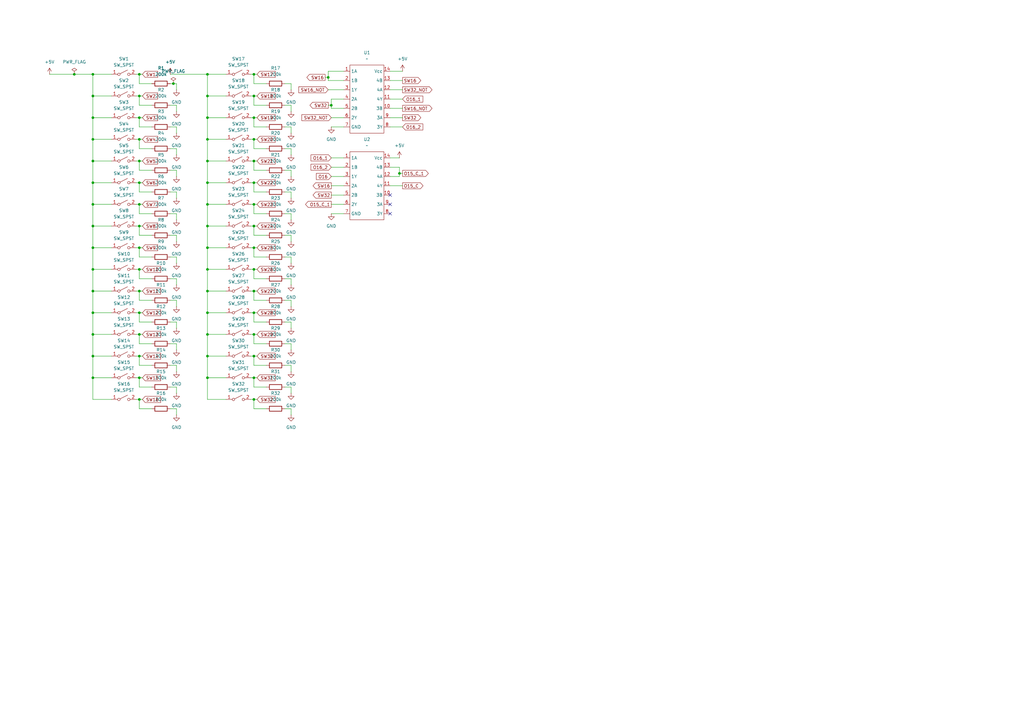
<source format=kicad_sch>
(kicad_sch (version 20250114) (generator "eeschema") (generator_version "9.0")
  (paper "A3")
  (lib_symbols
    (symbol "Device:R" (pin_numbers (hide yes)) (pin_names (offset 0))
      (property "Reference" "R" (at 2.032 0 90))
      (property "Value" "R" (at 0 0 90))
      (symbol "R_0_1"
        (rectangle (start -1.016 -2.54) (end 1.016 2.54) (stroke (width 0.254)))
      )
      (symbol "R_1_1"
        (pin passive line (at 0 3.81 270) (length 1.27) (name "~") (number "1"))
        (pin passive line (at 0 -3.81 90) (length 1.27) (name "~") (number "2"))
      )
    )
    (symbol "Switch:SW_SPST" (pin_names (offset 0) (hide yes))
      (property "Reference" "SW" (at 0 3.175 0))
      (property "Value" "SW_SPST" (at 0 -2.54 0))
      (symbol "SW_SPST_0_0"
        (circle (center -2.032 0) (radius 0.508))
        (polyline (pts (xy -1.524 0.254) (xy 1.524 1.778)))
        (circle (center 2.032 0) (radius 0.508))
      )
      (symbol "SW_SPST_1_1"
        (pin passive line (at -5.08 0 0) (length 2.54) (name "A") (number "1"))
        (pin passive line (at 5.08 0 180) (length 2.54) (name "B") (number "2"))
      )
    )
    (symbol "power:+5V" (power) (pin_numbers (hide yes)) (pin_names (offset 0) (hide yes))
      (property "Value" "+5V" (at 0 3.556 0))
      (symbol "+5V_0_1"
        (polyline (pts (xy -0.762 1.27) (xy 0 2.54)))
        (polyline (pts (xy 0 2.54) (xy 0.762 1.27)))
        (polyline (pts (xy 0 0) (xy 0 2.54)))
      )
      (symbol "+5V_1_1"
        (pin power_in line (at 0 0 90) (length 0) (name "~") (number "1"))
      )
    )
    (symbol "power:GND" (power) (pin_numbers (hide yes)) (pin_names (offset 0) (hide yes))
      (property "Value" "GND" (at 0 -3.81 0))
      (symbol "GND_0_1"
        (polyline (pts (xy 0 0) (xy 0 -1.27) (xy 1.27 -1.27) (xy 0 -2.54) (xy -1.27 -1.27) (xy 0 -1.27)))
      )
      (symbol "GND_1_1"
        (pin power_in line (at 0 0 270) (length 0) (name "~") (number "1"))
      )
    )
    (symbol "power:PWR_FLAG" (power) (pin_numbers (hide yes)) (pin_names (offset 0) (hide yes))
      (property "Value" "PWR_FLAG" (at 0 3.81 0))
      (symbol "PWR_FLAG_0_0"
        (pin power_out line (at 0 0 90) (length 0) (name "~") (number "1"))
      )
      (symbol "PWR_FLAG_0_1"
        (polyline (pts (xy 0 0) (xy 0 1.27) (xy -1.016 1.905) (xy 0 2.54) (xy 1.016 1.905) (xy 0 1.27)))
      )
    )
    (symbol "symbols:TC74HC00A"
      (property "Reference" "U" (at 0 0 0))
      (symbol "TC74HC00A_0_1"
        (rectangle (start -7.62 13.97) (end 6.35 -13.97))
      )
      (symbol "TC74HC00A_1_1"
        (pin input line (at -10.16 11.43 0) (length 2.54) (name "1A") (number "1"))
        (pin input line (at -10.16 7.62 0) (length 2.54) (name "1B") (number "2"))
        (pin output line (at -10.16 3.81 0) (length 2.54) (name "1Y") (number "3"))
        (pin input line (at -10.16 0 0) (length 2.54) (name "2A") (number "4"))
        (pin input line (at -10.16 -3.81 0) (length 2.54) (name "2B") (number "5"))
        (pin output line (at -10.16 -7.62 0) (length 2.54) (name "2Y") (number "6"))
        (pin power_in line (at -10.16 -11.43 0) (length 2.54) (name "GND") (number "7"))
        (pin power_in line (at 8.89 11.43 180) (length 2.54) (name "Vcc") (number "14"))
        (pin input line (at 8.89 7.62 180) (length 2.54) (name "4B") (number "13"))
        (pin input line (at 8.89 3.81 180) (length 2.54) (name "4A") (number "12"))
        (pin output line (at 8.89 0 180) (length 2.54) (name "4Y") (number "11"))
        (pin input line (at 8.89 -3.81 180) (length 2.54) (name "3B") (number "10"))
        (pin input line (at 8.89 -7.62 180) (length 2.54) (name "3A") (number "9"))
        (pin output line (at 8.89 -11.43 180) (length 2.54) (name "3Y") (number "8"))
      )
    )
  )
  (junction (at 57.15 101.6))
  (junction (at 104.14 92.71))
  (junction (at 104.14 128.27))
  (junction (at 57.15 39.37))
  (junction (at 85.09 74.93))
  (junction (at 104.14 110.49))
  (junction (at 85.09 48.26))
  (junction (at 104.14 101.6))
  (junction (at 104.14 137.16))
  (junction (at 104.14 48.26))
  (junction (at 38.1 119.38))
  (junction (at 104.14 74.93))
  (junction (at 104.14 57.15))
  (junction (at 38.1 39.37))
  (junction (at 85.09 146.05))
  (junction (at 57.15 146.05))
  (junction (at 85.09 128.27))
  (junction (at 85.09 154.94))
  (junction (at 135.89 43.18))
  (junction (at 38.1 110.49))
  (junction (at 85.09 110.49))
  (junction (at 85.09 39.37))
  (junction (at 85.09 92.71))
  (junction (at 104.14 66.04))
  (junction (at 38.1 92.71))
  (junction (at 57.15 119.38))
  (junction (at 57.15 66.04))
  (junction (at 104.14 154.94))
  (junction (at 163.83 71.12))
  (junction (at 38.1 101.6))
  (junction (at 85.09 137.16))
  (junction (at 104.14 39.37))
  (junction (at 104.14 83.82))
  (junction (at 38.1 146.05))
  (junction (at 104.14 146.05))
  (junction (at 57.15 92.71))
  (junction (at 85.09 101.6))
  (junction (at 71.12 34.29))
  (junction (at 38.1 154.94))
  (junction (at 38.1 66.04))
  (junction (at 57.15 57.15))
  (junction (at 57.15 74.93))
  (junction (at 57.15 110.49))
  (junction (at 85.09 66.04))
  (junction (at 38.1 74.93))
  (junction (at 57.15 163.83))
  (junction (at 104.14 163.83))
  (junction (at 85.09 83.82))
  (junction (at 57.15 48.26))
  (junction (at 57.15 30.48))
  (junction (at 57.15 128.27))
  (junction (at 85.09 119.38))
  (junction (at 38.1 57.15))
  (junction (at 85.09 30.48))
  (junction (at 57.15 83.82))
  (junction (at 104.14 119.38))
  (junction (at 30.48 30.48))
  (junction (at 38.1 137.16))
  (junction (at 134.62 31.75))
  (junction (at 38.1 83.82))
  (junction (at 38.1 48.26))
  (junction (at 57.15 154.94))
  (junction (at 38.1 30.48))
  (junction (at 104.14 30.48))
  (junction (at 85.09 57.15))
  (junction (at 57.15 137.16))
  (junction (at 38.1 128.27))
  (no_connect (at 160.02 80.01))
  (no_connect (at 160.02 83.82))
  (no_connect (at 160.02 87.63))
  (wire (pts (xy 72.39 87.63) (xy 72.39 90.17)))
  (wire (pts (xy 57.15 92.71) (xy 57.15 96.52)))
  (wire (pts (xy 104.14 83.82) (xy 105.41 83.82)))
  (wire (pts (xy 20.32 30.48) (xy 30.48 30.48)))
  (wire (pts (xy 69.85 52.07) (xy 72.39 52.07)))
  (wire (pts (xy 38.1 146.05) (xy 38.1 154.94)))
  (wire (pts (xy 38.1 48.26) (xy 38.1 57.15)))
  (wire (pts (xy 104.14 149.86) (xy 109.22 149.86)))
  (wire (pts (xy 69.85 34.29) (xy 71.12 34.29)))
  (wire (pts (xy 55.88 39.37) (xy 57.15 39.37)))
  (wire (pts (xy 57.15 57.15) (xy 57.15 60.96)))
  (wire (pts (xy 57.15 34.29) (xy 62.23 34.29)))
  (wire (pts (xy 119.38 114.3) (xy 119.38 116.84)))
  (wire (pts (xy 104.14 110.49) (xy 105.41 110.49)))
  (wire (pts (xy 134.62 29.21) (xy 140.97 29.21)))
  (wire (pts (xy 38.1 101.6) (xy 38.1 110.49)))
  (wire (pts (xy 104.14 60.96) (xy 109.22 60.96)))
  (wire (pts (xy 119.38 69.85) (xy 119.38 72.39)))
  (wire (pts (xy 102.87 110.49) (xy 104.14 110.49)))
  (wire (pts (xy 135.89 83.82) (xy 140.97 83.82)))
  (wire (pts (xy 104.14 57.15) (xy 105.41 57.15)))
  (wire (pts (xy 116.84 105.41) (xy 119.38 105.41)))
  (wire (pts (xy 102.87 74.93) (xy 104.14 74.93)))
  (wire (pts (xy 57.15 110.49) (xy 58.42 110.49)))
  (wire (pts (xy 134.62 31.75) (xy 134.62 33.02)))
  (wire (pts (xy 104.14 154.94) (xy 104.14 158.75)))
  (wire (pts (xy 57.15 163.83) (xy 57.15 167.64)))
  (wire (pts (xy 55.88 137.16) (xy 57.15 137.16)))
  (wire (pts (xy 104.14 105.41) (xy 109.22 105.41)))
  (wire (pts (xy 85.09 92.71) (xy 92.71 92.71)))
  (wire (pts (xy 38.1 57.15) (xy 38.1 66.04)))
  (wire (pts (xy 57.15 83.82) (xy 57.15 87.63)))
  (wire (pts (xy 119.38 78.74) (xy 119.38 81.28)))
  (wire (pts (xy 57.15 92.71) (xy 58.42 92.71)))
  (wire (pts (xy 85.09 154.94) (xy 85.09 163.83)))
  (wire (pts (xy 102.87 137.16) (xy 104.14 137.16)))
  (wire (pts (xy 38.1 128.27) (xy 38.1 137.16)))
  (wire (pts (xy 69.85 69.85) (xy 72.39 69.85)))
  (wire (pts (xy 57.15 48.26) (xy 58.42 48.26)))
  (wire (pts (xy 104.14 34.29) (xy 109.22 34.29)))
  (wire (pts (xy 134.62 33.02) (xy 140.97 33.02)))
  (wire (pts (xy 69.85 114.3) (xy 72.39 114.3)))
  (wire (pts (xy 69.85 132.08) (xy 72.39 132.08)))
  (wire (pts (xy 69.85 105.41) (xy 72.39 105.41)))
  (wire (pts (xy 38.1 137.16) (xy 45.72 137.16)))
  (wire (pts (xy 134.62 36.83) (xy 140.97 36.83)))
  (wire (pts (xy 135.89 40.64) (xy 140.97 40.64)))
  (wire (pts (xy 85.09 163.83) (xy 92.71 163.83)))
  (wire (pts (xy 55.88 30.48) (xy 57.15 30.48)))
  (wire (pts (xy 104.14 43.18) (xy 109.22 43.18)))
  (wire (pts (xy 38.1 66.04) (xy 38.1 74.93)))
  (wire (pts (xy 160.02 40.64) (xy 165.1 40.64)))
  (wire (pts (xy 55.88 146.05) (xy 57.15 146.05)))
  (wire (pts (xy 55.88 119.38) (xy 57.15 119.38)))
  (wire (pts (xy 116.84 140.97) (xy 119.38 140.97)))
  (wire (pts (xy 57.15 69.85) (xy 62.23 69.85)))
  (wire (pts (xy 57.15 123.19) (xy 62.23 123.19)))
  (wire (pts (xy 71.12 34.29) (xy 72.39 34.29)))
  (wire (pts (xy 69.85 78.74) (xy 72.39 78.74)))
  (wire (pts (xy 57.15 74.93) (xy 57.15 78.74)))
  (wire (pts (xy 116.84 132.08) (xy 119.38 132.08)))
  (wire (pts (xy 38.1 74.93) (xy 45.72 74.93)))
  (wire (pts (xy 116.84 43.18) (xy 119.38 43.18)))
  (wire (pts (xy 102.87 119.38) (xy 104.14 119.38)))
  (wire (pts (xy 57.15 128.27) (xy 58.42 128.27)))
  (wire (pts (xy 85.09 30.48) (xy 85.09 39.37)))
  (wire (pts (xy 163.83 68.58) (xy 160.02 68.58)))
  (wire (pts (xy 69.85 149.86) (xy 72.39 149.86)))
  (wire (pts (xy 57.15 154.94) (xy 58.42 154.94)))
  (wire (pts (xy 116.84 123.19) (xy 119.38 123.19)))
  (wire (pts (xy 55.88 66.04) (xy 57.15 66.04)))
  (wire (pts (xy 119.38 43.18) (xy 119.38 45.72)))
  (wire (pts (xy 85.09 119.38) (xy 85.09 128.27)))
  (wire (pts (xy 119.38 123.19) (xy 119.38 125.73)))
  (wire (pts (xy 104.14 123.19) (xy 109.22 123.19)))
  (wire (pts (xy 57.15 119.38) (xy 58.42 119.38)))
  (wire (pts (xy 104.14 48.26) (xy 104.14 52.07)))
  (wire (pts (xy 134.62 29.21) (xy 134.62 31.75)))
  (wire (pts (xy 57.15 101.6) (xy 58.42 101.6)))
  (wire (pts (xy 57.15 110.49) (xy 57.15 114.3)))
  (wire (pts (xy 135.89 72.39) (xy 140.97 72.39)))
  (wire (pts (xy 72.39 78.74) (xy 72.39 81.28)))
  (wire (pts (xy 119.38 60.96) (xy 119.38 63.5)))
  (wire (pts (xy 57.15 74.93) (xy 58.42 74.93)))
  (wire (pts (xy 38.1 154.94) (xy 45.72 154.94)))
  (wire (pts (xy 57.15 39.37) (xy 57.15 43.18)))
  (wire (pts (xy 104.14 154.94) (xy 105.41 154.94)))
  (wire (pts (xy 104.14 52.07) (xy 109.22 52.07)))
  (wire (pts (xy 38.1 154.94) (xy 38.1 163.83)))
  (wire (pts (xy 160.02 33.02) (xy 165.1 33.02)))
  (wire (pts (xy 69.85 167.64) (xy 72.39 167.64)))
  (wire (pts (xy 69.85 140.97) (xy 72.39 140.97)))
  (wire (pts (xy 72.39 123.19) (xy 72.39 125.73)))
  (wire (pts (xy 135.89 64.77) (xy 140.97 64.77)))
  (wire (pts (xy 38.1 92.71) (xy 38.1 101.6)))
  (wire (pts (xy 116.84 69.85) (xy 119.38 69.85)))
  (wire (pts (xy 163.83 71.12) (xy 163.83 72.39)))
  (wire (pts (xy 57.15 146.05) (xy 57.15 149.86)))
  (wire (pts (xy 119.38 167.64) (xy 119.38 170.18)))
  (wire (pts (xy 72.39 96.52) (xy 72.39 99.06)))
  (wire (pts (xy 104.14 57.15) (xy 104.14 60.96)))
  (wire (pts (xy 69.85 30.48) (xy 85.09 30.48)))
  (wire (pts (xy 102.87 48.26) (xy 104.14 48.26)))
  (wire (pts (xy 104.14 78.74) (xy 109.22 78.74)))
  (wire (pts (xy 85.09 128.27) (xy 85.09 137.16)))
  (wire (pts (xy 85.09 48.26) (xy 85.09 57.15)))
  (wire (pts (xy 72.39 149.86) (xy 72.39 152.4)))
  (wire (pts (xy 85.09 146.05) (xy 85.09 154.94)))
  (wire (pts (xy 85.09 66.04) (xy 85.09 74.93)))
  (wire (pts (xy 57.15 114.3) (xy 62.23 114.3)))
  (wire (pts (xy 85.09 119.38) (xy 92.71 119.38)))
  (wire (pts (xy 69.85 87.63) (xy 72.39 87.63)))
  (wire (pts (xy 135.89 87.63) (xy 140.97 87.63)))
  (wire (pts (xy 104.14 74.93) (xy 104.14 78.74)))
  (wire (pts (xy 57.15 167.64) (xy 62.23 167.64)))
  (wire (pts (xy 160.02 76.2) (xy 165.1 76.2)))
  (wire (pts (xy 57.15 149.86) (xy 62.23 149.86)))
  (wire (pts (xy 116.84 167.64) (xy 119.38 167.64)))
  (wire (pts (xy 135.89 48.26) (xy 140.97 48.26)))
  (wire (pts (xy 38.1 66.04) (xy 45.72 66.04)))
  (wire (pts (xy 57.15 48.26) (xy 57.15 52.07)))
  (wire (pts (xy 116.84 52.07) (xy 119.38 52.07)))
  (wire (pts (xy 72.39 69.85) (xy 72.39 72.39)))
  (wire (pts (xy 104.14 119.38) (xy 105.41 119.38)))
  (wire (pts (xy 72.39 167.64) (xy 72.39 170.18)))
  (wire (pts (xy 135.89 52.07) (xy 140.97 52.07)))
  (wire (pts (xy 104.14 39.37) (xy 104.14 43.18)))
  (wire (pts (xy 85.09 74.93) (xy 85.09 83.82)))
  (wire (pts (xy 55.88 163.83) (xy 57.15 163.83)))
  (wire (pts (xy 57.15 87.63) (xy 62.23 87.63)))
  (wire (pts (xy 104.14 83.82) (xy 104.14 87.63)))
  (wire (pts (xy 104.14 92.71) (xy 105.41 92.71)))
  (wire (pts (xy 72.39 52.07) (xy 72.39 54.61)))
  (wire (pts (xy 104.14 66.04) (xy 104.14 69.85)))
  (wire (pts (xy 104.14 163.83) (xy 104.14 167.64)))
  (wire (pts (xy 38.1 119.38) (xy 45.72 119.38)))
  (wire (pts (xy 135.89 43.18) (xy 135.89 44.45)))
  (wire (pts (xy 69.85 123.19) (xy 72.39 123.19)))
  (wire (pts (xy 38.1 74.93) (xy 38.1 83.82)))
  (wire (pts (xy 55.88 154.94) (xy 57.15 154.94)))
  (wire (pts (xy 102.87 101.6) (xy 104.14 101.6)))
  (wire (pts (xy 85.09 83.82) (xy 85.09 92.71)))
  (wire (pts (xy 38.1 137.16) (xy 38.1 146.05)))
  (wire (pts (xy 72.39 105.41) (xy 72.39 107.95)))
  (wire (pts (xy 38.1 39.37) (xy 38.1 48.26)))
  (wire (pts (xy 57.15 163.83) (xy 58.42 163.83)))
  (wire (pts (xy 85.09 101.6) (xy 85.09 110.49)))
  (wire (pts (xy 119.38 140.97) (xy 119.38 143.51)))
  (wire (pts (xy 119.38 96.52) (xy 119.38 99.06)))
  (wire (pts (xy 135.89 44.45) (xy 140.97 44.45)))
  (wire (pts (xy 72.39 114.3) (xy 72.39 116.84)))
  (wire (pts (xy 104.14 137.16) (xy 104.14 140.97)))
  (wire (pts (xy 160.02 64.77) (xy 163.83 64.77)))
  (wire (pts (xy 57.15 146.05) (xy 58.42 146.05)))
  (wire (pts (xy 38.1 101.6) (xy 45.72 101.6)))
  (wire (pts (xy 38.1 39.37) (xy 45.72 39.37)))
  (wire (pts (xy 163.83 72.39) (xy 160.02 72.39)))
  (wire (pts (xy 102.87 154.94) (xy 104.14 154.94)))
  (wire (pts (xy 104.14 66.04) (xy 105.41 66.04)))
  (wire (pts (xy 104.14 132.08) (xy 109.22 132.08)))
  (wire (pts (xy 57.15 132.08) (xy 62.23 132.08)))
  (wire (pts (xy 102.87 92.71) (xy 104.14 92.71)))
  (wire (pts (xy 104.14 167.64) (xy 109.22 167.64)))
  (wire (pts (xy 116.84 78.74) (xy 119.38 78.74)))
  (wire (pts (xy 116.84 149.86) (xy 119.38 149.86)))
  (wire (pts (xy 135.89 68.58) (xy 140.97 68.58)))
  (wire (pts (xy 85.09 30.48) (xy 92.71 30.48)))
  (wire (pts (xy 116.84 96.52) (xy 119.38 96.52)))
  (wire (pts (xy 85.09 128.27) (xy 92.71 128.27)))
  (wire (pts (xy 102.87 39.37) (xy 104.14 39.37)))
  (wire (pts (xy 104.14 87.63) (xy 109.22 87.63)))
  (wire (pts (xy 57.15 52.07) (xy 62.23 52.07)))
  (wire (pts (xy 72.39 34.29) (xy 72.39 36.83)))
  (wire (pts (xy 57.15 154.94) (xy 57.15 158.75)))
  (wire (pts (xy 69.85 158.75) (xy 72.39 158.75)))
  (wire (pts (xy 38.1 163.83) (xy 45.72 163.83)))
  (wire (pts (xy 57.15 57.15) (xy 58.42 57.15)))
  (wire (pts (xy 163.83 71.12) (xy 163.83 68.58)))
  (wire (pts (xy 57.15 66.04) (xy 58.42 66.04)))
  (wire (pts (xy 104.14 146.05) (xy 104.14 149.86)))
  (wire (pts (xy 160.02 36.83) (xy 165.1 36.83)))
  (wire (pts (xy 160.02 52.07) (xy 165.1 52.07)))
  (wire (pts (xy 55.88 92.71) (xy 57.15 92.71)))
  (wire (pts (xy 119.38 87.63) (xy 119.38 90.17)))
  (wire (pts (xy 102.87 146.05) (xy 104.14 146.05)))
  (wire (pts (xy 69.85 96.52) (xy 72.39 96.52)))
  (wire (pts (xy 133.35 31.75) (xy 134.62 31.75)))
  (wire (pts (xy 55.88 110.49) (xy 57.15 110.49)))
  (wire (pts (xy 104.14 74.93) (xy 105.41 74.93)))
  (wire (pts (xy 102.87 163.83) (xy 104.14 163.83)))
  (wire (pts (xy 72.39 132.08) (xy 72.39 134.62)))
  (wire (pts (xy 104.14 110.49) (xy 104.14 114.3)))
  (wire (pts (xy 30.48 30.48) (xy 38.1 30.48)))
  (wire (pts (xy 85.09 110.49) (xy 85.09 119.38)))
  (wire (pts (xy 57.15 39.37) (xy 58.42 39.37)))
  (wire (pts (xy 57.15 78.74) (xy 62.23 78.74)))
  (wire (pts (xy 102.87 128.27) (xy 104.14 128.27)))
  (wire (pts (xy 38.1 83.82) (xy 45.72 83.82)))
  (wire (pts (xy 85.09 57.15) (xy 85.09 66.04)))
  (wire (pts (xy 102.87 57.15) (xy 104.14 57.15)))
  (wire (pts (xy 55.88 57.15) (xy 57.15 57.15)))
  (wire (pts (xy 104.14 30.48) (xy 104.14 34.29)))
  (wire (pts (xy 85.09 74.93) (xy 92.71 74.93)))
  (wire (pts (xy 119.38 132.08) (xy 119.38 134.62)))
  (wire (pts (xy 104.14 137.16) (xy 105.41 137.16)))
  (wire (pts (xy 69.85 43.18) (xy 72.39 43.18)))
  (wire (pts (xy 38.1 48.26) (xy 45.72 48.26)))
  (wire (pts (xy 57.15 158.75) (xy 62.23 158.75)))
  (wire (pts (xy 55.88 74.93) (xy 57.15 74.93)))
  (wire (pts (xy 160.02 44.45) (xy 165.1 44.45)))
  (wire (pts (xy 85.09 57.15) (xy 92.71 57.15)))
  (wire (pts (xy 119.38 34.29) (xy 119.38 36.83)))
  (wire (pts (xy 104.14 128.27) (xy 105.41 128.27)))
  (wire (pts (xy 104.14 114.3) (xy 109.22 114.3)))
  (wire (pts (xy 104.14 39.37) (xy 105.41 39.37)))
  (wire (pts (xy 85.09 101.6) (xy 92.71 101.6)))
  (wire (pts (xy 104.14 92.71) (xy 104.14 96.52)))
  (wire (pts (xy 104.14 69.85) (xy 109.22 69.85)))
  (wire (pts (xy 57.15 140.97) (xy 62.23 140.97)))
  (wire (pts (xy 104.14 140.97) (xy 109.22 140.97)))
  (wire (pts (xy 119.38 158.75) (xy 119.38 161.29)))
  (wire (pts (xy 57.15 101.6) (xy 57.15 105.41)))
  (wire (pts (xy 57.15 43.18) (xy 62.23 43.18)))
  (wire (pts (xy 55.88 128.27) (xy 57.15 128.27)))
  (wire (pts (xy 119.38 149.86) (xy 119.38 152.4)))
  (wire (pts (xy 38.1 57.15) (xy 45.72 57.15)))
  (wire (pts (xy 72.39 140.97) (xy 72.39 143.51)))
  (wire (pts (xy 104.14 30.48) (xy 105.41 30.48)))
  (wire (pts (xy 38.1 146.05) (xy 45.72 146.05)))
  (wire (pts (xy 104.14 146.05) (xy 105.41 146.05)))
  (wire (pts (xy 104.14 48.26) (xy 105.41 48.26)))
  (wire (pts (xy 57.15 30.48) (xy 57.15 34.29)))
  (wire (pts (xy 104.14 163.83) (xy 105.41 163.83)))
  (wire (pts (xy 85.09 39.37) (xy 92.71 39.37)))
  (wire (pts (xy 116.84 34.29) (xy 119.38 34.29)))
  (wire (pts (xy 57.15 96.52) (xy 62.23 96.52)))
  (wire (pts (xy 38.1 119.38) (xy 38.1 128.27)))
  (wire (pts (xy 38.1 30.48) (xy 45.72 30.48)))
  (wire (pts (xy 85.09 110.49) (xy 92.71 110.49)))
  (wire (pts (xy 104.14 96.52) (xy 109.22 96.52)))
  (wire (pts (xy 102.87 30.48) (xy 104.14 30.48)))
  (wire (pts (xy 57.15 119.38) (xy 57.15 123.19)))
  (wire (pts (xy 38.1 83.82) (xy 38.1 92.71)))
  (wire (pts (xy 69.85 60.96) (xy 72.39 60.96)))
  (wire (pts (xy 57.15 30.48) (xy 58.42 30.48)))
  (wire (pts (xy 160.02 29.21) (xy 165.1 29.21)))
  (wire (pts (xy 119.38 52.07) (xy 119.38 54.61)))
  (wire (pts (xy 57.15 137.16) (xy 58.42 137.16)))
  (wire (pts (xy 102.87 66.04) (xy 104.14 66.04)))
  (wire (pts (xy 55.88 83.82) (xy 57.15 83.82)))
  (wire (pts (xy 165.1 71.12) (xy 163.83 71.12)))
  (wire (pts (xy 38.1 110.49) (xy 45.72 110.49)))
  (wire (pts (xy 72.39 43.18) (xy 72.39 45.72)))
  (wire (pts (xy 85.09 137.16) (xy 92.71 137.16)))
  (wire (pts (xy 57.15 83.82) (xy 58.42 83.82)))
  (wire (pts (xy 57.15 60.96) (xy 62.23 60.96)))
  (wire (pts (xy 119.38 105.41) (xy 119.38 107.95)))
  (wire (pts (xy 135.89 76.2) (xy 140.97 76.2)))
  (wire (pts (xy 72.39 158.75) (xy 72.39 161.29)))
  (wire (pts (xy 57.15 66.04) (xy 57.15 69.85)))
  (wire (pts (xy 85.09 146.05) (xy 92.71 146.05)))
  (wire (pts (xy 104.14 119.38) (xy 104.14 123.19)))
  (wire (pts (xy 85.09 154.94) (xy 92.71 154.94)))
  (wire (pts (xy 85.09 39.37) (xy 85.09 48.26)))
  (wire (pts (xy 55.88 101.6) (xy 57.15 101.6)))
  (wire (pts (xy 38.1 92.71) (xy 45.72 92.71)))
  (wire (pts (xy 160.02 48.26) (xy 165.1 48.26)))
  (wire (pts (xy 104.14 101.6) (xy 105.41 101.6)))
  (wire (pts (xy 104.14 101.6) (xy 104.14 105.41)))
  (wire (pts (xy 72.39 60.96) (xy 72.39 63.5)))
  (wire (pts (xy 38.1 30.48) (xy 38.1 39.37)))
  (wire (pts (xy 104.14 158.75) (xy 109.22 158.75)))
  (wire (pts (xy 85.09 66.04) (xy 92.71 66.04)))
  (wire (pts (xy 85.09 92.71) (xy 85.09 101.6)))
  (wire (pts (xy 134.62 43.18) (xy 135.89 43.18)))
  (wire (pts (xy 55.88 48.26) (xy 57.15 48.26)))
  (wire (pts (xy 116.84 158.75) (xy 119.38 158.75)))
  (wire (pts (xy 104.14 128.27) (xy 104.14 132.08)))
  (wire (pts (xy 85.09 48.26) (xy 92.71 48.26)))
  (wire (pts (xy 135.89 43.18) (xy 135.89 40.64)))
  (wire (pts (xy 116.84 87.63) (xy 119.38 87.63)))
  (wire (pts (xy 85.09 137.16) (xy 85.09 146.05)))
  (wire (pts (xy 57.15 105.41) (xy 62.23 105.41)))
  (wire (pts (xy 102.87 83.82) (xy 104.14 83.82)))
  (wire (pts (xy 135.89 80.01) (xy 140.97 80.01)))
  (wire (pts (xy 57.15 137.16) (xy 57.15 140.97)))
  (wire (pts (xy 38.1 128.27) (xy 45.72 128.27)))
  (wire (pts (xy 116.84 114.3) (xy 119.38 114.3)))
  (wire (pts (xy 57.15 128.27) (xy 57.15 132.08)))
  (wire (pts (xy 38.1 110.49) (xy 38.1 119.38)))
  (wire (pts (xy 116.84 60.96) (xy 119.38 60.96)))
  (wire (pts (xy 85.09 83.82) (xy 92.71 83.82)))
  (global_label "SW16" (shape input) (at 58.42 163.83 0) (property "Intersheetrefs" "${INTERSHEET_REFS}" (effects (hide yes))))
  (global_label "SW25" (shape input) (at 105.41 101.6 0) (property "Intersheetrefs" "${INTERSHEET_REFS}" (effects (hide yes))))
  (global_label "SW3" (shape input) (at 58.42 48.26 0) (property "Intersheetrefs" "${INTERSHEET_REFS}" (effects (hide yes))))
  (global_label "O16_2" (shape input) (at 165.1 52.07 0) (property "Intersheetrefs" "${INTERSHEET_REFS}" (effects (hide yes))))
  (global_label "SW27" (shape input) (at 105.41 119.38 0) (property "Intersheetrefs" "${INTERSHEET_REFS}" (effects (hide yes))))
  (global_label "SW31" (shape input) (at 105.41 154.94 0) (property "Intersheetrefs" "${INTERSHEET_REFS}" (effects (hide yes))))
  (global_label "SW32" (shape output) (at 134.62 43.18 180) (property "Intersheetrefs" "${INTERSHEET_REFS}" (effects (hide yes))))
  (global_label "SW1" (shape input) (at 58.42 30.48 0) (property "Intersheetrefs" "${INTERSHEET_REFS}" (effects (hide yes))))
  (global_label "SW24" (shape input) (at 105.41 92.71 0) (property "Intersheetrefs" "${INTERSHEET_REFS}" (effects (hide yes))))
  (global_label "SW4" (shape input) (at 58.42 57.15 0) (property "Intersheetrefs" "${INTERSHEET_REFS}" (effects (hide yes))))
  (global_label "SW16" (shape output) (at 135.89 76.2 180) (property "Intersheetrefs" "${INTERSHEET_REFS}" (effects (hide yes))))
  (global_label "O15_C_1" (shape output) (at 135.89 83.82 180) (property "Intersheetrefs" "${INTERSHEET_REFS}" (effects (hide yes))))
  (global_label "SW8" (shape input) (at 58.42 92.71 0) (property "Intersheetrefs" "${INTERSHEET_REFS}" (effects (hide yes))))
  (global_label "SW32_NOT" (shape output) (at 165.1 36.83 0) (property "Intersheetrefs" "${INTERSHEET_REFS}" (effects (hide yes))))
  (global_label "SW19" (shape input) (at 105.41 48.26 0) (property "Intersheetrefs" "${INTERSHEET_REFS}" (effects (hide yes))))
  (global_label "SW12" (shape input) (at 58.42 128.27 0) (property "Intersheetrefs" "${INTERSHEET_REFS}" (effects (hide yes))))
  (global_label "SW26" (shape input) (at 105.41 110.49 0) (property "Intersheetrefs" "${INTERSHEET_REFS}" (effects (hide yes))))
  (global_label "SW22" (shape input) (at 105.41 74.93 0) (property "Intersheetrefs" "${INTERSHEET_REFS}" (effects (hide yes))))
  (global_label "SW16_NOT" (shape output) (at 165.1 44.45 0) (property "Intersheetrefs" "${INTERSHEET_REFS}" (effects (hide yes))))
  (global_label "SW17" (shape input) (at 105.41 30.48 0) (property "Intersheetrefs" "${INTERSHEET_REFS}" (effects (hide yes))))
  (global_label "SW32" (shape output) (at 135.89 80.01 180) (property "Intersheetrefs" "${INTERSHEET_REFS}" (effects (hide yes))))
  (global_label "SW11" (shape input) (at 58.42 119.38 0) (property "Intersheetrefs" "${INTERSHEET_REFS}" (effects (hide yes))))
  (global_label "SW6" (shape input) (at 58.42 74.93 0) (property "Intersheetrefs" "${INTERSHEET_REFS}" (effects (hide yes))))
  (global_label "SW32_NOT" (shape input) (at 135.89 48.26 180) (property "Intersheetrefs" "${INTERSHEET_REFS}" (effects (hide yes))))
  (global_label "SW13" (shape input) (at 58.42 137.16 0) (property "Intersheetrefs" "${INTERSHEET_REFS}" (effects (hide yes))))
  (global_label "SW23" (shape input) (at 105.41 83.82 0) (property "Intersheetrefs" "${INTERSHEET_REFS}" (effects (hide yes))))
  (global_label "SW20" (shape input) (at 105.41 57.15 0) (property "Intersheetrefs" "${INTERSHEET_REFS}" (effects (hide yes))))
  (global_label "SW30" (shape input) (at 105.41 146.05 0) (property "Intersheetrefs" "${INTERSHEET_REFS}" (effects (hide yes))))
  (global_label "SW16_NOT" (shape input) (at 134.62 36.83 180) (property "Intersheetrefs" "${INTERSHEET_REFS}" (effects (hide yes))))
  (global_label "O16" (shape input) (at 135.89 72.39 180) (property "Intersheetrefs" "${INTERSHEET_REFS}" (effects (hide yes))))
  (global_label "SW7" (shape input) (at 58.42 83.82 0) (property "Intersheetrefs" "${INTERSHEET_REFS}" (effects (hide yes))))
  (global_label "O15_C_1" (shape output) (at 165.1 71.12 0) (property "Intersheetrefs" "${INTERSHEET_REFS}" (effects (hide yes))))
  (global_label "SW21" (shape input) (at 105.41 66.04 0) (property "Intersheetrefs" "${INTERSHEET_REFS}" (effects (hide yes))))
  (global_label "O16_1" (shape input) (at 165.1 40.64 0) (property "Intersheetrefs" "${INTERSHEET_REFS}" (effects (hide yes))))
  (global_label "SW14" (shape input) (at 58.42 146.05 0) (property "Intersheetrefs" "${INTERSHEET_REFS}" (effects (hide yes))))
  (global_label "SW5" (shape input) (at 58.42 66.04 0) (property "Intersheetrefs" "${INTERSHEET_REFS}" (effects (hide yes))))
  (global_label "SW15" (shape input) (at 58.42 154.94 0) (property "Intersheetrefs" "${INTERSHEET_REFS}" (effects (hide yes))))
  (global_label "O16_1" (shape input) (at 135.89 64.77 180) (property "Intersheetrefs" "${INTERSHEET_REFS}" (effects (hide yes))))
  (global_label "SW9" (shape input) (at 58.42 101.6 0) (property "Intersheetrefs" "${INTERSHEET_REFS}" (effects (hide yes))))
  (global_label "SW2" (shape input) (at 58.42 39.37 0) (property "Intersheetrefs" "${INTERSHEET_REFS}" (effects (hide yes))))
  (global_label "SW16" (shape output) (at 165.1 33.02 0) (property "Intersheetrefs" "${INTERSHEET_REFS}" (effects (hide yes))))
  (global_label "SW32" (shape input) (at 105.41 163.83 0) (property "Intersheetrefs" "${INTERSHEET_REFS}" (effects (hide yes))))
  (global_label "SW10" (shape input) (at 58.42 110.49 0) (property "Intersheetrefs" "${INTERSHEET_REFS}" (effects (hide yes))))
  (global_label "SW32" (shape output) (at 165.1 48.26 0) (property "Intersheetrefs" "${INTERSHEET_REFS}" (effects (hide yes))))
  (global_label "SW29" (shape input) (at 105.41 137.16 0) (property "Intersheetrefs" "${INTERSHEET_REFS}" (effects (hide yes))))
  (global_label "SW18" (shape input) (at 105.41 39.37 0) (property "Intersheetrefs" "${INTERSHEET_REFS}" (effects (hide yes))))
  (global_label "O15_C" (shape output) (at 165.1 76.2 0) (property "Intersheetrefs" "${INTERSHEET_REFS}" (effects (hide yes))))
  (global_label "SW28" (shape input) (at 105.41 128.27 0) (property "Intersheetrefs" "${INTERSHEET_REFS}" (effects (hide yes))))
  (global_label "SW16" (shape output) (at 133.35 31.75 180) (property "Intersheetrefs" "${INTERSHEET_REFS}" (effects (hide yes))))
  (global_label "O16_2" (shape input) (at 135.89 68.58 180) (property "Intersheetrefs" "${INTERSHEET_REFS}" (effects (hide yes))))
  (symbol (lib_id "Device:R") (at 113.03 167.64 90) (unit 1)
    (property "Reference" "R32" (at 113.03 161.29 90))
    (property "Value" "200k" (at 113.03 163.83 90))
    (property "Description" "Resistor" (effects (hide yes)))
  )
  (symbol (lib_id "Switch:SW_SPST") (at 97.79 137.16 0) (unit 1)
    (property "Reference" "SW29" (at 97.79 130.81 0))
    (property "Value" "SW_SPST" (at 97.79 133.35 0))
    (property "Description" "Single Pole Single Throw (SPST) switch" (effects (hide yes)))
  )
  (symbol (lib_id "power:GND") (at 119.38 72.39 0) (unit 1)
    (property "Reference" "#PWR019" (effects (hide yes)))
    (property "Value" "GND" (at 119.38 77.47 0))
    (property "Description" "Power symbol creates a global label with name \"GND\" , ground" (effects (hide yes)))
  )
  (symbol (lib_id "Switch:SW_SPST") (at 97.79 48.26 0) (unit 1)
    (property "Reference" "SW19" (at 97.79 41.91 0))
    (property "Value" "SW_SPST" (at 97.79 44.45 0))
    (property "Description" "Single Pole Single Throw (SPST) switch" (effects (hide yes)))
  )
  (symbol (lib_id "Switch:SW_SPST") (at 97.79 163.83 0) (unit 1)
    (property "Reference" "SW32" (at 97.79 157.48 0))
    (property "Value" "SW_SPST" (at 97.79 160.02 0))
    (property "Description" "Single Pole Single Throw (SPST) switch" (effects (hide yes)))
  )
  (symbol (lib_id "power:GND") (at 72.39 63.5 0) (unit 1)
    (property "Reference" "#PWR09" (effects (hide yes)))
    (property "Value" "GND" (at 72.39 68.58 0))
    (property "Description" "Power symbol creates a global label with name \"GND\" , ground" (effects (hide yes)))
  )
  (symbol (lib_id "Device:R") (at 66.04 34.29 90) (unit 1)
    (property "Reference" "R1" (at 66.04 27.94 90))
    (property "Value" "200k" (at 66.04 30.48 90))
    (property "Description" "Resistor" (effects (hide yes)))
  )
  (symbol (lib_id "Switch:SW_SPST") (at 97.79 83.82 0) (unit 1)
    (property "Reference" "SW23" (at 97.79 77.47 0))
    (property "Value" "SW_SPST" (at 97.79 80.01 0))
    (property "Description" "Single Pole Single Throw (SPST) switch" (effects (hide yes)))
  )
  (symbol (lib_id "Device:R") (at 66.04 105.41 90) (unit 1)
    (property "Reference" "R9" (at 66.04 99.06 90))
    (property "Value" "200k" (at 66.04 101.6 90))
    (property "Description" "Resistor" (effects (hide yes)))
  )
  (symbol (lib_id "power:+5V") (at 69.85 30.48 0) (unit 1)
    (property "Reference" "#PWR02" (effects (hide yes)))
    (property "Value" "+5V" (at 69.85 25.4 0))
    (property "Description" "Power symbol creates a global label with name \"+5V\"" (effects (hide yes)))
  )
  (symbol (lib_id "Switch:SW_SPST") (at 50.8 30.48 0) (unit 1)
    (property "Reference" "SW1" (at 50.8 24.13 0))
    (property "Value" "SW_SPST" (at 50.8 26.67 0))
    (property "Description" "Single Pole Single Throw (SPST) switch" (effects (hide yes)))
  )
  (symbol (lib_id "Device:R") (at 113.03 158.75 90) (unit 1)
    (property "Reference" "R31" (at 113.03 152.4 90))
    (property "Value" "200k" (at 113.03 154.94 90))
    (property "Description" "Resistor" (effects (hide yes)))
  )
  (symbol (lib_id "Device:R") (at 113.03 34.29 90) (unit 1)
    (property "Reference" "R17" (at 113.03 27.94 90))
    (property "Value" "200k" (at 113.03 30.48 90))
    (property "Description" "Resistor" (effects (hide yes)))
  )
  (symbol (lib_id "Device:R") (at 66.04 158.75 90) (unit 1)
    (property "Reference" "R15" (at 66.04 152.4 90))
    (property "Value" "200k" (at 66.04 154.94 90))
    (property "Description" "Resistor" (effects (hide yes)))
  )
  (symbol (lib_id "Switch:SW_SPST") (at 50.8 146.05 0) (unit 1)
    (property "Reference" "SW14" (at 50.8 139.7 0))
    (property "Value" "SW_SPST" (at 50.8 142.24 0))
    (property "Description" "Single Pole Single Throw (SPST) switch" (effects (hide yes)))
  )
  (symbol (lib_id "Switch:SW_SPST") (at 50.8 101.6 0) (unit 1)
    (property "Reference" "SW9" (at 50.8 95.25 0))
    (property "Value" "SW_SPST" (at 50.8 97.79 0))
    (property "Description" "Single Pole Single Throw (SPST) switch" (effects (hide yes)))
  )
  (symbol (lib_id "Switch:SW_SPST") (at 50.8 48.26 0) (unit 1)
    (property "Reference" "SW3" (at 50.8 41.91 0))
    (property "Value" "SW_SPST" (at 50.8 44.45 0))
    (property "Description" "Single Pole Single Throw (SPST) switch" (effects (hide yes)))
  )
  (symbol (lib_id "Switch:SW_SPST") (at 97.79 146.05 0) (unit 1)
    (property "Reference" "SW30" (at 97.79 139.7 0))
    (property "Value" "SW_SPST" (at 97.79 142.24 0))
    (property "Description" "Single Pole Single Throw (SPST) switch" (effects (hide yes)))
  )
  (symbol (lib_id "power:GND") (at 119.38 45.72 0) (unit 1)
    (property "Reference" "#PWR08" (effects (hide yes)))
    (property "Value" "GND" (at 119.38 50.8 0))
    (property "Description" "Power symbol creates a global label with name \"GND\" , ground" (effects (hide yes)))
  )
  (symbol (lib_id "Device:R") (at 66.04 43.18 90) (unit 1)
    (property "Reference" "R2" (at 66.04 36.83 90))
    (property "Value" "200k" (at 66.04 39.37 90))
    (property "Description" "Resistor" (effects (hide yes)))
  )
  (symbol (lib_id "Switch:SW_SPST") (at 97.79 39.37 0) (unit 1)
    (property "Reference" "SW18" (at 97.79 33.02 0))
    (property "Value" "SW_SPST" (at 97.79 35.56 0))
    (property "Description" "Single Pole Single Throw (SPST) switch" (effects (hide yes)))
  )
  (symbol (lib_id "Switch:SW_SPST") (at 97.79 154.94 0) (unit 1)
    (property "Reference" "SW31" (at 97.79 148.59 0))
    (property "Value" "SW_SPST" (at 97.79 151.13 0))
    (property "Description" "Single Pole Single Throw (SPST) switch" (effects (hide yes)))
  )
  (symbol (lib_id "Switch:SW_SPST") (at 50.8 119.38 0) (unit 1)
    (property "Reference" "SW11" (at 50.8 113.03 0))
    (property "Value" "SW_SPST" (at 50.8 115.57 0))
    (property "Description" "Single Pole Single Throw (SPST) switch" (effects (hide yes)))
  )
  (symbol (lib_id "symbols:TC74HC00A") (at 151.13 40.64 0) (unit 1)
    (property "Reference" "U1" (at 150.495 21.59 0))
    (property "Value" "~" (at 150.495 24.13 0))
  )
  (symbol (lib_id "power:GND") (at 119.38 36.83 0) (unit 1)
    (property "Reference" "#PWR04" (effects (hide yes)))
    (property "Value" "GND" (at 119.38 41.91 0))
    (property "Description" "Power symbol creates a global label with name \"GND\" , ground" (effects (hide yes)))
  )
  (symbol (lib_id "power:GND") (at 72.39 72.39 0) (unit 1)
    (property "Reference" "#PWR011" (effects (hide yes)))
    (property "Value" "GND" (at 72.39 77.47 0))
    (property "Description" "Power symbol creates a global label with name \"GND\" , ground" (effects (hide yes)))
  )
  (symbol (lib_id "power:PWR_FLAG") (at 30.48 30.48 0) (unit 1)
    (property "Reference" "#FLG01" (effects (hide yes)))
    (property "Value" "PWR_FLAG" (at 30.48 25.4 0))
    (property "Description" "Special symbol for telling ERC where power comes from" (effects (hide yes)))
  )
  (symbol (lib_id "power:GND") (at 119.38 125.73 0) (unit 1)
    (property "Reference" "#PWR029" (effects (hide yes)))
    (property "Value" "GND" (at 119.38 130.81 0))
    (property "Description" "Power symbol creates a global label with name \"GND\" , ground" (effects (hide yes)))
  )
  (symbol (lib_id "power:PWR_FLAG") (at 71.12 34.29 0) (unit 1)
    (property "Reference" "#FLG02" (effects (hide yes)))
    (property "Value" "PWR_FLAG" (at 71.12 29.21 0))
    (property "Description" "Special symbol for telling ERC where power comes from" (effects (hide yes)))
  )
  (symbol (lib_id "Device:R") (at 113.03 140.97 90) (unit 1)
    (property "Reference" "R29" (at 113.03 134.62 90))
    (property "Value" "200k" (at 113.03 137.16 90))
    (property "Description" "Resistor" (effects (hide yes)))
  )
  (symbol (lib_id "power:GND") (at 72.39 152.4 0) (unit 1)
    (property "Reference" "#PWR022" (effects (hide yes)))
    (property "Value" "GND" (at 72.39 157.48 0))
    (property "Description" "Power symbol creates a global label with name \"GND\" , ground" (effects (hide yes)))
  )
  (symbol (lib_id "power:+5V") (at 20.32 30.48 0) (unit 1)
    (property "Reference" "#PWR01" (effects (hide yes)))
    (property "Value" "+5V" (at 20.32 25.4 0))
    (property "Description" "Power symbol creates a global label with name \"+5V\"" (effects (hide yes)))
  )
  (symbol (lib_id "Switch:SW_SPST") (at 50.8 137.16 0) (unit 1)
    (property "Reference" "SW13" (at 50.8 130.81 0))
    (property "Value" "SW_SPST" (at 50.8 133.35 0))
    (property "Description" "Single Pole Single Throw (SPST) switch" (effects (hide yes)))
  )
  (symbol (lib_id "Device:R") (at 66.04 167.64 90) (unit 1)
    (property "Reference" "R16" (at 66.04 161.29 90))
    (property "Value" "200k" (at 66.04 163.83 90))
    (property "Description" "Resistor" (effects (hide yes)))
  )
  (symbol (lib_id "Switch:SW_SPST") (at 50.8 57.15 0) (unit 1)
    (property "Reference" "SW4" (at 50.8 50.8 0))
    (property "Value" "SW_SPST" (at 50.8 53.34 0))
    (property "Description" "Single Pole Single Throw (SPST) switch" (effects (hide yes)))
  )
  (symbol (lib_id "Device:R") (at 66.04 114.3 90) (unit 1)
    (property "Reference" "R10" (at 66.04 107.95 90))
    (property "Value" "200k" (at 66.04 110.49 90))
    (property "Description" "Resistor" (effects (hide yes)))
  )
  (symbol (lib_id "Switch:SW_SPST") (at 50.8 163.83 0) (unit 1)
    (property "Reference" "SW16" (at 50.8 157.48 0))
    (property "Value" "SW_SPST" (at 50.8 160.02 0))
    (property "Description" "Single Pole Single Throw (SPST) switch" (effects (hide yes)))
  )
  (symbol (lib_id "Device:R") (at 113.03 60.96 90) (unit 1)
    (property "Reference" "R20" (at 113.03 54.61 90))
    (property "Value" "200k" (at 113.03 57.15 90))
    (property "Description" "Resistor" (effects (hide yes)))
  )
  (symbol (lib_id "Device:R") (at 66.04 123.19 90) (unit 1)
    (property "Reference" "R11" (at 66.04 116.84 90))
    (property "Value" "200k" (at 66.04 119.38 90))
    (property "Description" "Resistor" (effects (hide yes)))
  )
  (symbol (lib_id "Switch:SW_SPST") (at 97.79 110.49 0) (unit 1)
    (property "Reference" "SW26" (at 97.79 104.14 0))
    (property "Value" "SW_SPST" (at 97.79 106.68 0))
    (property "Description" "Single Pole Single Throw (SPST) switch" (effects (hide yes)))
  )
  (symbol (lib_id "symbols:TC74HC00A") (at 151.13 76.2 0) (unit 1)
    (property "Reference" "U2" (at 150.495 57.15 0))
    (property "Value" "~" (at 150.495 59.69 0))
  )
  (symbol (lib_id "power:GND") (at 72.39 143.51 0) (unit 1)
    (property "Reference" "#PWR020" (effects (hide yes)))
    (property "Value" "GND" (at 72.39 148.59 0))
    (property "Description" "Power symbol creates a global label with name \"GND\" , ground" (effects (hide yes)))
  )
  (symbol (lib_id "Device:R") (at 113.03 114.3 90) (unit 1)
    (property "Reference" "R26" (at 113.03 107.95 90))
    (property "Value" "200k" (at 113.03 110.49 90))
    (property "Description" "Resistor" (effects (hide yes)))
  )
  (symbol (lib_id "Switch:SW_SPST") (at 97.79 119.38 0) (unit 1)
    (property "Reference" "SW27" (at 97.79 113.03 0))
    (property "Value" "SW_SPST" (at 97.79 115.57 0))
    (property "Description" "Single Pole Single Throw (SPST) switch" (effects (hide yes)))
  )
  (symbol (lib_id "Device:R") (at 113.03 87.63 90) (unit 1)
    (property "Reference" "R23" (at 113.03 81.28 90))
    (property "Value" "200k" (at 113.03 83.82 90))
    (property "Description" "Resistor" (effects (hide yes)))
  )
  (symbol (lib_id "Device:R") (at 113.03 105.41 90) (unit 1)
    (property "Reference" "R25" (at 113.03 99.06 90))
    (property "Value" "200k" (at 113.03 101.6 90))
    (property "Description" "Resistor" (effects (hide yes)))
  )
  (symbol (lib_id "Switch:SW_SPST") (at 50.8 128.27 0) (unit 1)
    (property "Reference" "SW12" (at 50.8 121.92 0))
    (property "Value" "SW_SPST" (at 50.8 124.46 0))
    (property "Description" "Single Pole Single Throw (SPST) switch" (effects (hide yes)))
  )
  (symbol (lib_id "Device:R") (at 113.03 43.18 90) (unit 1)
    (property "Reference" "R18" (at 113.03 36.83 90))
    (property "Value" "200k" (at 113.03 39.37 90))
    (property "Description" "Resistor" (effects (hide yes)))
  )
  (symbol (lib_id "Switch:SW_SPST") (at 50.8 74.93 0) (unit 1)
    (property "Reference" "SW6" (at 50.8 68.58 0))
    (property "Value" "SW_SPST" (at 50.8 71.12 0))
    (property "Description" "Single Pole Single Throw (SPST) switch" (effects (hide yes)))
  )
  (symbol (lib_id "Switch:SW_SPST") (at 50.8 39.37 0) (unit 1)
    (property "Reference" "SW2" (at 50.8 33.02 0))
    (property "Value" "SW_SPST" (at 50.8 35.56 0))
    (property "Description" "Single Pole Single Throw (SPST) switch" (effects (hide yes)))
  )
  (symbol (lib_id "power:GND") (at 119.38 63.5 0) (unit 1)
    (property "Reference" "#PWR016" (effects (hide yes)))
    (property "Value" "GND" (at 119.38 68.58 0))
    (property "Description" "Power symbol creates a global label with name \"GND\" , ground" (effects (hide yes)))
  )
  (symbol (lib_id "Switch:SW_SPST") (at 97.79 66.04 0) (unit 1)
    (property "Reference" "SW21" (at 97.79 59.69 0))
    (property "Value" "SW_SPST" (at 97.79 62.23 0))
    (property "Description" "Single Pole Single Throw (SPST) switch" (effects (hide yes)))
  )
  (symbol (lib_id "power:GND") (at 119.38 152.4 0) (unit 1)
    (property "Reference" "#PWR032" (effects (hide yes)))
    (property "Value" "GND" (at 119.38 157.48 0))
    (property "Description" "Power symbol creates a global label with name \"GND\" , ground" (effects (hide yes)))
  )
  (symbol (lib_id "Device:R") (at 66.04 96.52 90) (unit 1)
    (property "Reference" "R8" (at 66.04 90.17 90))
    (property "Value" "200k" (at 66.04 92.71 90))
    (property "Description" "Resistor" (effects (hide yes)))
  )
  (symbol (lib_id "power:GND") (at 72.39 125.73 0) (unit 1)
    (property "Reference" "#PWR014" (effects (hide yes)))
    (property "Value" "GND" (at 72.39 130.81 0))
    (property "Description" "Power symbol creates a global label with name \"GND\" , ground" (effects (hide yes)))
  )
  (symbol (lib_id "power:GND") (at 72.39 161.29 0) (unit 1)
    (property "Reference" "#PWR024" (effects (hide yes)))
    (property "Value" "GND" (at 72.39 166.37 0))
    (property "Description" "Power symbol creates a global label with name \"GND\" , ground" (effects (hide yes)))
  )
  (symbol (lib_id "power:GND") (at 119.38 99.06 0) (unit 1)
    (property "Reference" "#PWR025" (effects (hide yes)))
    (property "Value" "GND" (at 119.38 104.14 0))
    (property "Description" "Power symbol creates a global label with name \"GND\" , ground" (effects (hide yes)))
  )
  (symbol (lib_id "power:GND") (at 72.39 81.28 0) (unit 1)
    (property "Reference" "#PWR013" (effects (hide yes)))
    (property "Value" "GND" (at 72.39 86.36 0))
    (property "Description" "Power symbol creates a global label with name \"GND\" , ground" (effects (hide yes)))
  )
  (symbol (lib_id "Device:R") (at 113.03 69.85 90) (unit 1)
    (property "Reference" "R21" (at 113.03 63.5 90))
    (property "Value" "200k" (at 113.03 66.04 90))
    (property "Description" "Resistor" (effects (hide yes)))
  )
  (symbol (lib_id "power:GND") (at 72.39 134.62 0) (unit 1)
    (property "Reference" "#PWR018" (effects (hide yes)))
    (property "Value" "GND" (at 72.39 139.7 0))
    (property "Description" "Power symbol creates a global label with name \"GND\" , ground" (effects (hide yes)))
  )
  (symbol (lib_id "Device:R") (at 113.03 149.86 90) (unit 1)
    (property "Reference" "R30" (at 113.03 143.51 90))
    (property "Value" "200k" (at 113.03 146.05 90))
    (property "Description" "Resistor" (effects (hide yes)))
  )
  (symbol (lib_id "Switch:SW_SPST") (at 50.8 154.94 0) (unit 1)
    (property "Reference" "SW15" (at 50.8 148.59 0))
    (property "Value" "SW_SPST" (at 50.8 151.13 0))
    (property "Description" "Single Pole Single Throw (SPST) switch" (effects (hide yes)))
  )
  (symbol (lib_id "Device:R") (at 66.04 149.86 90) (unit 1)
    (property "Reference" "R14" (at 66.04 143.51 90))
    (property "Value" "200k" (at 66.04 146.05 90))
    (property "Description" "Resistor" (effects (hide yes)))
  )
  (symbol (lib_id "Switch:SW_SPST") (at 97.79 57.15 0) (unit 1)
    (property "Reference" "SW20" (at 97.79 50.8 0))
    (property "Value" "SW_SPST" (at 97.79 53.34 0))
    (property "Description" "Single Pole Single Throw (SPST) switch" (effects (hide yes)))
  )
  (symbol (lib_id "Device:R") (at 113.03 52.07 90) (unit 1)
    (property "Reference" "R19" (at 113.03 45.72 90))
    (property "Value" "200k" (at 113.03 48.26 90))
    (property "Description" "Resistor" (effects (hide yes)))
  )
  (symbol (lib_id "Device:R") (at 66.04 87.63 90) (unit 1)
    (property "Reference" "R7" (at 66.04 81.28 90))
    (property "Value" "200k" (at 66.04 83.82 90))
    (property "Description" "Resistor" (effects (hide yes)))
  )
  (symbol (lib_id "power:GND") (at 72.39 54.61 0) (unit 1)
    (property "Reference" "#PWR07" (effects (hide yes)))
    (property "Value" "GND" (at 72.39 59.69 0))
    (property "Description" "Power symbol creates a global label with name \"GND\" , ground" (effects (hide yes)))
  )
  (symbol (lib_id "power:GND") (at 135.89 52.07 0) (unit 1)
    (property "Reference" "#PWR035" (effects (hide yes)))
    (property "Value" "GND" (at 135.89 57.15 0))
    (property "Description" "Power symbol creates a global label with name \"GND\" , ground" (effects (hide yes)))
  )
  (symbol (lib_id "Switch:SW_SPST") (at 50.8 110.49 0) (unit 1)
    (property "Reference" "SW10" (at 50.8 104.14 0))
    (property "Value" "SW_SPST" (at 50.8 106.68 0))
    (property "Description" "Single Pole Single Throw (SPST) switch" (effects (hide yes)))
  )
  (symbol (lib_id "power:GND") (at 72.39 99.06 0) (unit 1)
    (property "Reference" "#PWR017" (effects (hide yes)))
    (property "Value" "GND" (at 72.39 104.14 0))
    (property "Description" "Power symbol creates a global label with name \"GND\" , ground" (effects (hide yes)))
  )
  (symbol (lib_id "power:GND") (at 72.39 170.18 0) (unit 1)
    (property "Reference" "#PWR026" (effects (hide yes)))
    (property "Value" "GND" (at 72.39 175.26 0))
    (property "Description" "Power symbol creates a global label with name \"GND\" , ground" (effects (hide yes)))
  )
  (symbol (lib_id "Switch:SW_SPST") (at 50.8 83.82 0) (unit 1)
    (property "Reference" "SW7" (at 50.8 77.47 0))
    (property "Value" "SW_SPST" (at 50.8 80.01 0))
    (property "Description" "Single Pole Single Throw (SPST) switch" (effects (hide yes)))
  )
  (symbol (lib_id "power:GND") (at 119.38 170.18 0) (unit 1)
    (property "Reference" "#PWR034" (effects (hide yes)))
    (property "Value" "GND" (at 119.38 175.26 0))
    (property "Description" "Power symbol creates a global label with name \"GND\" , ground" (effects (hide yes)))
  )
  (symbol (lib_id "Switch:SW_SPST") (at 50.8 66.04 0) (unit 1)
    (property "Reference" "SW5" (at 50.8 59.69 0))
    (property "Value" "SW_SPST" (at 50.8 62.23 0))
    (property "Description" "Single Pole Single Throw (SPST) switch" (effects (hide yes)))
  )
  (symbol (lib_id "power:GND") (at 119.38 81.28 0) (unit 1)
    (property "Reference" "#PWR021" (effects (hide yes)))
    (property "Value" "GND" (at 119.38 86.36 0))
    (property "Description" "Power symbol creates a global label with name \"GND\" , ground" (effects (hide yes)))
  )
  (symbol (lib_id "Device:R") (at 113.03 123.19 90) (unit 1)
    (property "Reference" "R27" (at 113.03 116.84 90))
    (property "Value" "200k" (at 113.03 119.38 90))
    (property "Description" "Resistor" (effects (hide yes)))
  )
  (symbol (lib_id "Device:R") (at 66.04 60.96 90) (unit 1)
    (property "Reference" "R4" (at 66.04 54.61 90))
    (property "Value" "200k" (at 66.04 57.15 90))
    (property "Description" "Resistor" (effects (hide yes)))
  )
  (symbol (lib_id "power:GND") (at 119.38 116.84 0) (unit 1)
    (property "Reference" "#PWR028" (effects (hide yes)))
    (property "Value" "GND" (at 119.38 121.92 0))
    (property "Description" "Power symbol creates a global label with name \"GND\" , ground" (effects (hide yes)))
  )
  (symbol (lib_id "Device:R") (at 113.03 132.08 90) (unit 1)
    (property "Reference" "R28" (at 113.03 125.73 90))
    (property "Value" "200k" (at 113.03 128.27 90))
    (property "Description" "Resistor" (effects (hide yes)))
  )
  (symbol (lib_id "power:GND") (at 72.39 45.72 0) (unit 1)
    (property "Reference" "#PWR05" (effects (hide yes)))
    (property "Value" "GND" (at 72.39 50.8 0))
    (property "Description" "Power symbol creates a global label with name \"GND\" , ground" (effects (hide yes)))
  )
  (symbol (lib_id "power:GND") (at 119.38 143.51 0) (unit 1)
    (property "Reference" "#PWR031" (effects (hide yes)))
    (property "Value" "GND" (at 119.38 148.59 0))
    (property "Description" "Power symbol creates a global label with name \"GND\" , ground" (effects (hide yes)))
  )
  (symbol (lib_id "power:+5V") (at 165.1 29.21 0) (unit 1)
    (property "Reference" "#PWR036" (effects (hide yes)))
    (property "Value" "+5V" (at 165.1 24.13 0))
    (property "Description" "Power symbol creates a global label with name \"+5V\"" (effects (hide yes)))
  )
  (symbol (lib_id "power:GND") (at 119.38 134.62 0) (unit 1)
    (property "Reference" "#PWR030" (effects (hide yes)))
    (property "Value" "GND" (at 119.38 139.7 0))
    (property "Description" "Power symbol creates a global label with name \"GND\" , ground" (effects (hide yes)))
  )
  (symbol (lib_id "power:GND") (at 119.38 107.95 0) (unit 1)
    (property "Reference" "#PWR027" (effects (hide yes)))
    (property "Value" "GND" (at 119.38 113.03 0))
    (property "Description" "Power symbol creates a global label with name \"GND\" , ground" (effects (hide yes)))
  )
  (symbol (lib_id "Switch:SW_SPST") (at 97.79 92.71 0) (unit 1)
    (property "Reference" "SW24" (at 97.79 86.36 0))
    (property "Value" "SW_SPST" (at 97.79 88.9 0))
    (property "Description" "Single Pole Single Throw (SPST) switch" (effects (hide yes)))
  )
  (symbol (lib_id "power:GND") (at 72.39 90.17 0) (unit 1)
    (property "Reference" "#PWR015" (effects (hide yes)))
    (property "Value" "GND" (at 72.39 95.25 0))
    (property "Description" "Power symbol creates a global label with name \"GND\" , ground" (effects (hide yes)))
  )
  (symbol (lib_id "power:GND") (at 135.89 87.63 0) (unit 1)
    (property "Reference" "#PWR037" (effects (hide yes)))
    (property "Value" "GND" (at 135.89 92.71 0))
    (property "Description" "Power symbol creates a global label with name \"GND\" , ground" (effects (hide yes)))
  )
  (symbol (lib_id "Device:R") (at 66.04 140.97 90) (unit 1)
    (property "Reference" "R13" (at 66.04 134.62 90))
    (property "Value" "200k" (at 66.04 137.16 90))
    (property "Description" "Resistor" (effects (hide yes)))
  )
  (symbol (lib_id "power:+5V") (at 163.83 64.77 0) (unit 1)
    (property "Reference" "#PWR038" (effects (hide yes)))
    (property "Value" "+5V" (at 163.83 59.69 0))
    (property "Description" "Power symbol creates a global label with name \"+5V\"" (effects (hide yes)))
  )
  (symbol (lib_id "Switch:SW_SPST") (at 97.79 30.48 0) (unit 1)
    (property "Reference" "SW17" (at 97.79 24.13 0))
    (property "Value" "SW_SPST" (at 97.79 26.67 0))
    (property "Description" "Single Pole Single Throw (SPST) switch" (effects (hide yes)))
  )
  (symbol (lib_id "Device:R") (at 66.04 52.07 90) (unit 1)
    (property "Reference" "R3" (at 66.04 45.72 90))
    (property "Value" "200k" (at 66.04 48.26 90))
    (property "Description" "Resistor" (effects (hide yes)))
  )
  (symbol (lib_id "Device:R") (at 113.03 78.74 90) (unit 1)
    (property "Reference" "R22" (at 113.03 72.39 90))
    (property "Value" "200k" (at 113.03 74.93 90))
    (property "Description" "Resistor" (effects (hide yes)))
  )
  (symbol (lib_id "Device:R") (at 66.04 78.74 90) (unit 1)
    (property "Reference" "R6" (at 66.04 72.39 90))
    (property "Value" "200k" (at 66.04 74.93 90))
    (property "Description" "Resistor" (effects (hide yes)))
  )
  (symbol (lib_id "Device:R") (at 113.03 96.52 90) (unit 1)
    (property "Reference" "R24" (at 113.03 90.17 90))
    (property "Value" "200k" (at 113.03 92.71 90))
    (property "Description" "Resistor" (effects (hide yes)))
  )
  (symbol (lib_id "Switch:SW_SPST") (at 97.79 74.93 0) (unit 1)
    (property "Reference" "SW22" (at 97.79 68.58 0))
    (property "Value" "SW_SPST" (at 97.79 71.12 0))
    (property "Description" "Single Pole Single Throw (SPST) switch" (effects (hide yes)))
  )
  (symbol (lib_id "power:GND") (at 119.38 54.61 0) (unit 1)
    (property "Reference" "#PWR012" (effects (hide yes)))
    (property "Value" "GND" (at 119.38 59.69 0))
    (property "Description" "Power symbol creates a global label with name \"GND\" , ground" (effects (hide yes)))
  )
  (symbol (lib_id "power:GND") (at 119.38 90.17 0) (unit 1)
    (property "Reference" "#PWR023" (effects (hide yes)))
    (property "Value" "GND" (at 119.38 95.25 0))
    (property "Description" "Power symbol creates a global label with name \"GND\" , ground" (effects (hide yes)))
  )
  (symbol (lib_id "Switch:SW_SPST") (at 50.8 92.71 0) (unit 1)
    (property "Reference" "SW8" (at 50.8 86.36 0))
    (property "Value" "SW_SPST" (at 50.8 88.9 0))
    (property "Description" "Single Pole Single Throw (SPST) switch" (effects (hide yes)))
  )
  (symbol (lib_id "power:GND") (at 72.39 107.95 0) (unit 1)
    (property "Reference" "#PWR06" (effects (hide yes)))
    (property "Value" "GND" (at 72.39 113.03 0))
    (property "Description" "Power symbol creates a global label with name \"GND\" , ground" (effects (hide yes)))
  )
  (symbol (lib_id "power:GND") (at 119.38 161.29 0) (unit 1)
    (property "Reference" "#PWR033" (effects (hide yes)))
    (property "Value" "GND" (at 119.38 166.37 0))
    (property "Description" "Power symbol creates a global label with name \"GND\" , ground" (effects (hide yes)))
  )
  (symbol (lib_id "Switch:SW_SPST") (at 97.79 101.6 0) (unit 1)
    (property "Reference" "SW25" (at 97.79 95.25 0))
    (property "Value" "SW_SPST" (at 97.79 97.79 0))
    (property "Description" "Single Pole Single Throw (SPST) switch" (effects (hide yes)))
  )
  (symbol (lib_id "power:GND") (at 72.39 116.84 0) (unit 1)
    (property "Reference" "#PWR010" (effects (hide yes)))
    (property "Value" "GND" (at 72.39 121.92 0))
    (property "Description" "Power symbol creates a global label with name \"GND\" , ground" (effects (hide yes)))
  )
  (symbol (lib_id "Device:R") (at 66.04 132.08 90) (unit 1)
    (property "Reference" "R12" (at 66.04 125.73 90))
    (property "Value" "200k" (at 66.04 128.27 90))
    (property "Description" "Resistor" (effects (hide yes)))
  )
  (symbol (lib_id "Switch:SW_SPST") (at 97.79 128.27 0) (unit 1)
    (property "Reference" "SW28" (at 97.79 121.92 0))
    (property "Value" "SW_SPST" (at 97.79 124.46 0))
    (property "Description" "Single Pole Single Throw (SPST) switch" (effects (hide yes)))
  )
  (symbol (lib_id "power:GND") (at 72.39 36.83 0) (unit 1)
    (property "Reference" "#PWR03" (effects (hide yes)))
    (property "Value" "GND" (at 72.39 41.91 0))
    (property "Description" "Power symbol creates a global label with name \"GND\" , ground" (effects (hide yes)))
  )
  (symbol (lib_id "Device:R") (at 66.04 69.85 90) (unit 1)
    (property "Reference" "R5" (at 66.04 63.5 90))
    (property "Value" "200k" (at 66.04 66.04 90))
    (property "Description" "Resistor" (effects (hide yes)))
  )
)
</source>
